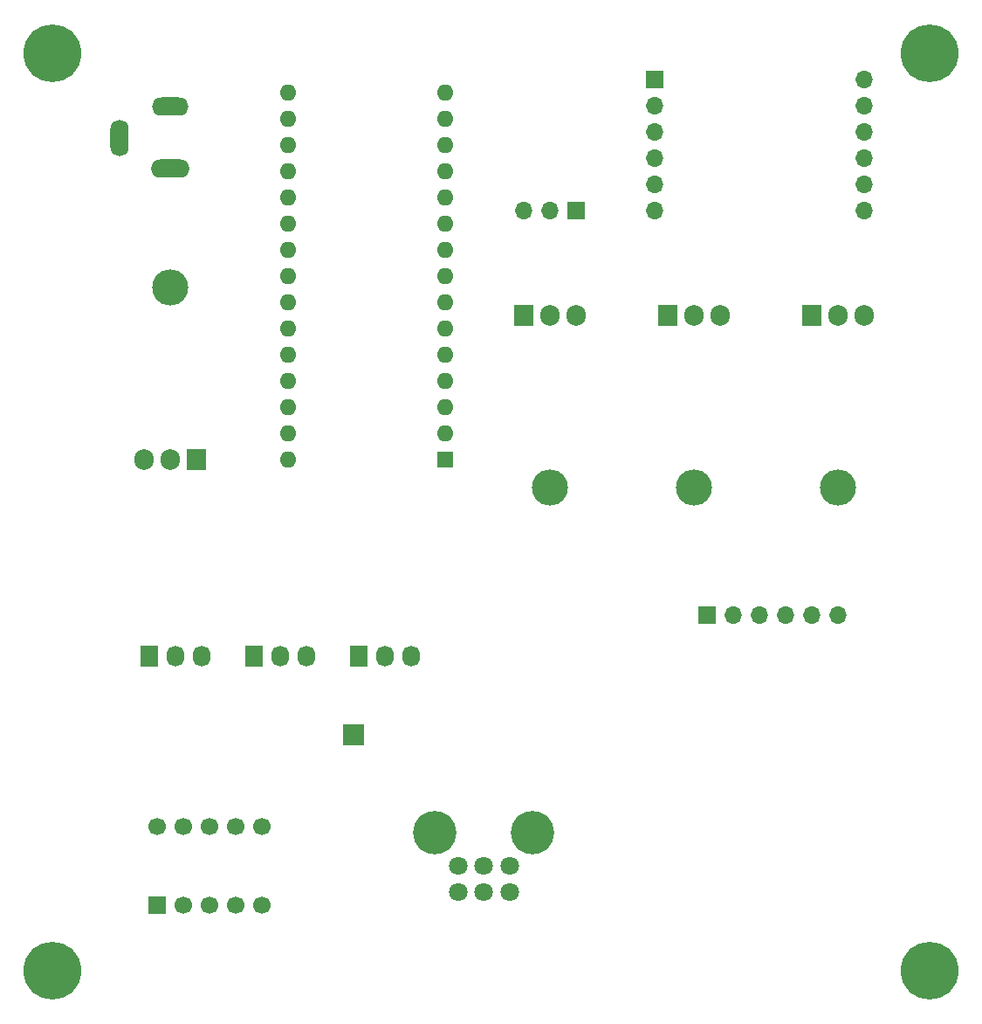
<source format=gbr>
%TF.GenerationSoftware,KiCad,Pcbnew,(5.1.10)-1*%
%TF.CreationDate,2021-06-07T21:45:38+02:00*%
%TF.ProjectId,SteuerungPCB,53746575-6572-4756-9e67-5043422e6b69,rev?*%
%TF.SameCoordinates,Original*%
%TF.FileFunction,Soldermask,Bot*%
%TF.FilePolarity,Negative*%
%FSLAX46Y46*%
G04 Gerber Fmt 4.6, Leading zero omitted, Abs format (unit mm)*
G04 Created by KiCad (PCBNEW (5.1.10)-1) date 2021-06-07 21:45:38*
%MOMM*%
%LPD*%
G01*
G04 APERTURE LIST*
%ADD10O,1.778000X3.556000*%
%ADD11O,3.756000X1.778000*%
%ADD12O,3.556000X1.778000*%
%ADD13C,1.800000*%
%ADD14C,4.200000*%
%ADD15O,1.700000X1.700000*%
%ADD16R,1.700000X1.700000*%
%ADD17C,1.700000*%
%ADD18C,5.600000*%
%ADD19R,2.000000X2.000000*%
%ADD20O,3.500000X3.500000*%
%ADD21R,1.905000X2.000000*%
%ADD22O,1.905000X2.000000*%
%ADD23O,1.730000X2.030000*%
%ADD24R,1.730000X2.030000*%
%ADD25R,1.600000X1.600000*%
%ADD26O,1.600000X1.600000*%
G04 APERTURE END LIST*
D10*
%TO.C,Vin1*%
X90350000Y-23450000D03*
D11*
X95250000Y-26400000D03*
D12*
X95250000Y-20400000D03*
%TD*%
D13*
%TO.C,RV1*%
X128190000Y-96520000D03*
X125690000Y-96520000D03*
X123190000Y-96520000D03*
X128190000Y-94020000D03*
X125690000Y-94020000D03*
X123190000Y-94020000D03*
D14*
X130440000Y-90720000D03*
X120940000Y-90720000D03*
%TD*%
D15*
%TO.C,USR-ES1_W5500*%
X162560000Y-30480000D03*
X142240000Y-30480000D03*
X162560000Y-27940000D03*
X142240000Y-27940000D03*
X162560000Y-25400000D03*
X142240000Y-25400000D03*
X162560000Y-22860000D03*
X142240000Y-22860000D03*
X162560000Y-20320000D03*
X142240000Y-20320000D03*
X162560000Y-17780000D03*
D16*
X142240000Y-17780000D03*
%TD*%
D17*
%TO.C,U2*%
X93980000Y-90170000D03*
X96520000Y-90170000D03*
X99060000Y-90170000D03*
X101600000Y-90170000D03*
X104140000Y-90170000D03*
X104140000Y-97790000D03*
X101600000Y-97790000D03*
X99060000Y-97790000D03*
X96520000Y-97790000D03*
D16*
X93980000Y-97790000D03*
%TD*%
D18*
%TO.C,REF\u002A\u002A*%
X168910000Y-15240000D03*
%TD*%
%TO.C,REF\u002A\u002A*%
X168910000Y-104140000D03*
%TD*%
%TO.C,REF\u002A\u002A*%
X83820000Y-104140000D03*
%TD*%
%TO.C,REF\u002A\u002A*%
X83820000Y-15240000D03*
%TD*%
D19*
%TO.C,TP_Tacho_3*%
X113030000Y-81280000D03*
%TD*%
D20*
%TO.C,U1*%
X95250000Y-37950000D03*
D21*
X97790000Y-54610000D03*
D22*
X95250000Y-54610000D03*
X92710000Y-54610000D03*
%TD*%
D20*
%TO.C,Q3*%
X160020000Y-57300000D03*
D21*
X157480000Y-40640000D03*
D22*
X160020000Y-40640000D03*
X162560000Y-40640000D03*
%TD*%
D20*
%TO.C,Q2*%
X146050000Y-57300000D03*
D21*
X143510000Y-40640000D03*
D22*
X146050000Y-40640000D03*
X148590000Y-40640000D03*
%TD*%
D20*
%TO.C,Q1*%
X132080000Y-57300000D03*
D21*
X129540000Y-40640000D03*
D22*
X132080000Y-40640000D03*
X134620000Y-40640000D03*
%TD*%
D23*
%TO.C,M3*%
X118610000Y-73660000D03*
X116070000Y-73660000D03*
D24*
X113530000Y-73660000D03*
%TD*%
D15*
%TO.C,U3*%
X129540000Y-30480000D03*
X132080000Y-30480000D03*
D16*
X134620000Y-30480000D03*
%TD*%
D23*
%TO.C,M2*%
X108450000Y-73660000D03*
X105910000Y-73660000D03*
D24*
X103370000Y-73660000D03*
%TD*%
D23*
%TO.C,M1*%
X98290000Y-73660000D03*
X95750000Y-73660000D03*
D24*
X93210000Y-73660000D03*
%TD*%
D15*
%TO.C,J1*%
X160020000Y-69640000D03*
X157480000Y-69640000D03*
X154940000Y-69640000D03*
X152400000Y-69640000D03*
X149860000Y-69640000D03*
D16*
X147320000Y-69640000D03*
%TD*%
D25*
%TO.C,A1*%
X121920000Y-54610000D03*
D26*
X106680000Y-21590000D03*
X121920000Y-52070000D03*
X106680000Y-24130000D03*
X121920000Y-49530000D03*
X106680000Y-26670000D03*
X121920000Y-46990000D03*
X106680000Y-29210000D03*
X121920000Y-44450000D03*
X106680000Y-31750000D03*
X121920000Y-41910000D03*
X106680000Y-34290000D03*
X121920000Y-39370000D03*
X106680000Y-36830000D03*
X121920000Y-36830000D03*
X106680000Y-39370000D03*
X121920000Y-34290000D03*
X106680000Y-41910000D03*
X121920000Y-31750000D03*
X106680000Y-44450000D03*
X121920000Y-29210000D03*
X106680000Y-46990000D03*
X121920000Y-26670000D03*
X106680000Y-49530000D03*
X121920000Y-24130000D03*
X106680000Y-52070000D03*
X121920000Y-21590000D03*
X106680000Y-54610000D03*
X121920000Y-19050000D03*
X106680000Y-19050000D03*
%TD*%
M02*

</source>
